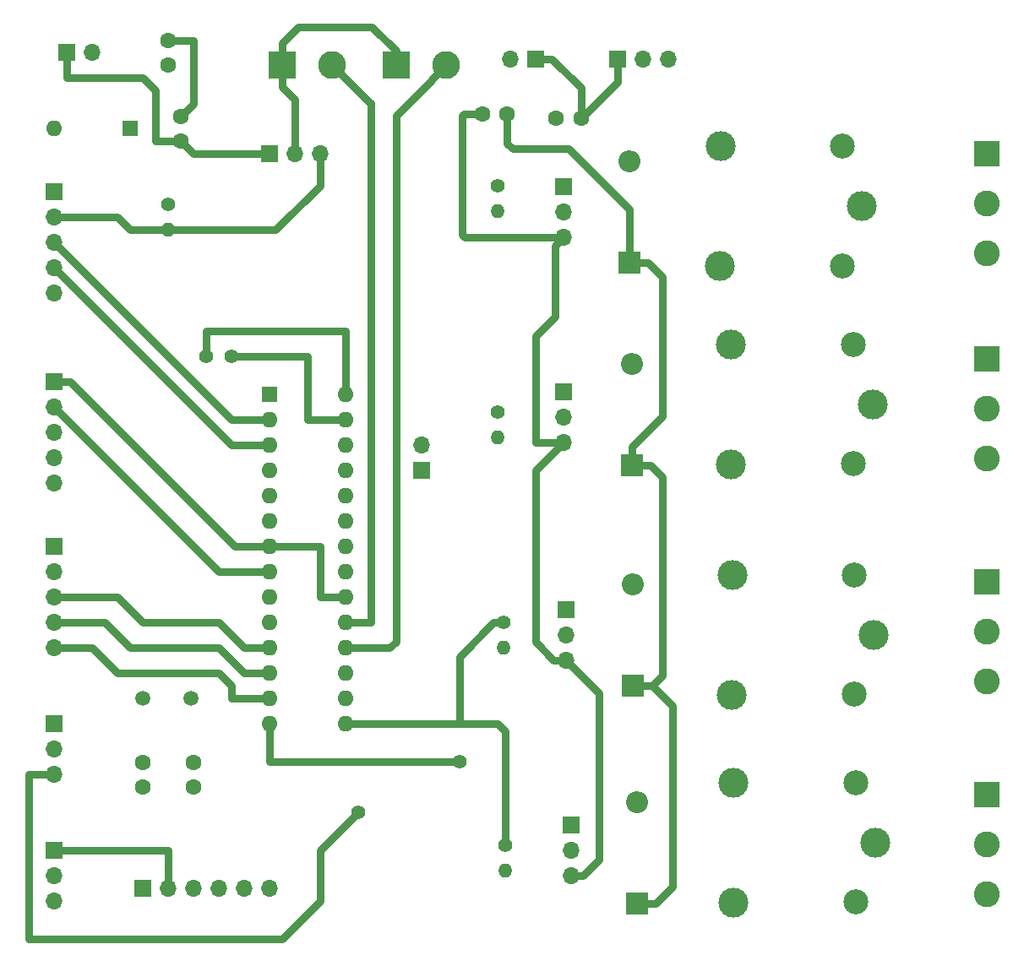
<source format=gbr>
G04 #@! TF.GenerationSoftware,KiCad,Pcbnew,(5.0.0)*
G04 #@! TF.CreationDate,2019-01-04T13:23:02+05:30*
G04 #@! TF.ProjectId,new,6E65772E6B696361645F706362000000,rev?*
G04 #@! TF.SameCoordinates,Original*
G04 #@! TF.FileFunction,Copper,L2,Bot,Signal*
G04 #@! TF.FilePolarity,Positive*
%FSLAX46Y46*%
G04 Gerber Fmt 4.6, Leading zero omitted, Abs format (unit mm)*
G04 Created by KiCad (PCBNEW (5.0.0)) date 01/04/19 13:23:02*
%MOMM*%
%LPD*%
G01*
G04 APERTURE LIST*
G04 #@! TA.AperFunction,ComponentPad*
%ADD10C,2.800000*%
G04 #@! TD*
G04 #@! TA.AperFunction,ComponentPad*
%ADD11R,2.800000X2.800000*%
G04 #@! TD*
G04 #@! TA.AperFunction,ComponentPad*
%ADD12O,1.700000X1.700000*%
G04 #@! TD*
G04 #@! TA.AperFunction,ComponentPad*
%ADD13R,1.700000X1.700000*%
G04 #@! TD*
G04 #@! TA.AperFunction,ComponentPad*
%ADD14C,1.600000*%
G04 #@! TD*
G04 #@! TA.AperFunction,ComponentPad*
%ADD15C,1.400000*%
G04 #@! TD*
G04 #@! TA.AperFunction,ComponentPad*
%ADD16O,1.400000X1.400000*%
G04 #@! TD*
G04 #@! TA.AperFunction,ComponentPad*
%ADD17R,1.600000X1.600000*%
G04 #@! TD*
G04 #@! TA.AperFunction,ComponentPad*
%ADD18O,1.600000X1.600000*%
G04 #@! TD*
G04 #@! TA.AperFunction,ComponentPad*
%ADD19C,1.500000*%
G04 #@! TD*
G04 #@! TA.AperFunction,ComponentPad*
%ADD20O,2.200000X2.200000*%
G04 #@! TD*
G04 #@! TA.AperFunction,ComponentPad*
%ADD21R,2.200000X2.200000*%
G04 #@! TD*
G04 #@! TA.AperFunction,ComponentPad*
%ADD22C,2.600000*%
G04 #@! TD*
G04 #@! TA.AperFunction,ComponentPad*
%ADD23R,2.600000X2.600000*%
G04 #@! TD*
G04 #@! TA.AperFunction,ComponentPad*
%ADD24C,3.000000*%
G04 #@! TD*
G04 #@! TA.AperFunction,ComponentPad*
%ADD25C,2.500000*%
G04 #@! TD*
G04 #@! TA.AperFunction,ViaPad*
%ADD26C,1.400000*%
G04 #@! TD*
G04 #@! TA.AperFunction,Conductor*
%ADD27C,0.800000*%
G04 #@! TD*
G04 APERTURE END LIST*
D10*
G04 #@! TO.P,ESC1,2*
G04 #@! TO.N,Net-(J3-Pad2)*
X121840000Y-44450000D03*
D11*
G04 #@! TO.P,ESC1,1*
G04 #@! TO.N,GND*
X116840000Y-44450000D03*
G04 #@! TD*
D10*
G04 #@! TO.P,ESC2,2*
G04 #@! TO.N,Net-(J4-Pad2)*
X110410000Y-44450000D03*
D11*
G04 #@! TO.P,ESC2,1*
G04 #@! TO.N,GND*
X105410000Y-44450000D03*
G04 #@! TD*
D12*
G04 #@! TO.P,Q4,3*
G04 #@! TO.N,Net-(BT2-Pad2)*
X134366000Y-125730000D03*
G04 #@! TO.P,Q4,2*
G04 #@! TO.N,Net-(Q4-Pad2)*
X134366000Y-123190000D03*
D13*
G04 #@! TO.P,Q4,1*
G04 #@! TO.N,Net-(D4-Pad2)*
X134366000Y-120650000D03*
G04 #@! TD*
D12*
G04 #@! TO.P,Q3,3*
G04 #@! TO.N,Net-(BT2-Pad2)*
X133858000Y-104140000D03*
G04 #@! TO.P,Q3,2*
G04 #@! TO.N,Net-(Q3-Pad2)*
X133858000Y-101600000D03*
D13*
G04 #@! TO.P,Q3,1*
G04 #@! TO.N,Net-(D3-Pad2)*
X133858000Y-99060000D03*
G04 #@! TD*
D12*
G04 #@! TO.P,Q2,3*
G04 #@! TO.N,Net-(BT2-Pad2)*
X133604000Y-82296000D03*
G04 #@! TO.P,Q2,2*
G04 #@! TO.N,Net-(Q2-Pad2)*
X133604000Y-79756000D03*
D13*
G04 #@! TO.P,Q2,1*
G04 #@! TO.N,Net-(D2-Pad2)*
X133604000Y-77216000D03*
G04 #@! TD*
D12*
G04 #@! TO.P,Q1,3*
G04 #@! TO.N,Net-(BT2-Pad2)*
X133604000Y-61722000D03*
G04 #@! TO.P,Q1,2*
G04 #@! TO.N,Net-(Q1-Pad2)*
X133604000Y-59182000D03*
D13*
G04 #@! TO.P,Q1,1*
G04 #@! TO.N,Net-(D1-Pad2)*
X133604000Y-56642000D03*
G04 #@! TD*
D12*
G04 #@! TO.P,VR2,3*
G04 #@! TO.N,Net-(C2.1-Pad1)*
X144145000Y-43815000D03*
G04 #@! TO.P,VR2,2*
G04 #@! TO.N,Net-(BT2-Pad2)*
X141605000Y-43815000D03*
D13*
G04 #@! TO.P,VR2,1*
G04 #@! TO.N,Net-(BT2-Pad1)*
X139065000Y-43815000D03*
G04 #@! TD*
D12*
G04 #@! TO.P,VR1,3*
G04 #@! TO.N,Net-(.1-Pad2)*
X109220000Y-53340000D03*
G04 #@! TO.P,VR1,2*
G04 #@! TO.N,GND*
X106680000Y-53340000D03*
D13*
G04 #@! TO.P,VR1,1*
G04 #@! TO.N,Net-(BT1-Pad1)*
X104140000Y-53340000D03*
G04 #@! TD*
D12*
G04 #@! TO.P,RPM1,3*
G04 #@! TO.N,Net-(J1-Pad3)*
X82550000Y-115570000D03*
G04 #@! TO.P,RPM1,2*
G04 #@! TO.N,GND*
X82550000Y-113030000D03*
D13*
G04 #@! TO.P,RPM1,1*
G04 #@! TO.N,Net-(.1-Pad2)*
X82550000Y-110490000D03*
G04 #@! TD*
D12*
G04 #@! TO.P,PortC1,2*
G04 #@! TO.N,Net-(PortC1-Pad2)*
X119380000Y-82550000D03*
D13*
G04 #@! TO.P,PortC1,1*
G04 #@! TO.N,Net-(PortC1-Pad1)*
X119380000Y-85090000D03*
G04 #@! TD*
D12*
G04 #@! TO.P,PortD1,5*
G04 #@! TO.N,Net-(PortD1-Pad5)*
X82550000Y-102870000D03*
G04 #@! TO.P,PortD1,4*
G04 #@! TO.N,Net-(PortD1-Pad4)*
X82550000Y-100330000D03*
G04 #@! TO.P,PortD1,3*
G04 #@! TO.N,Net-(PortD1-Pad3)*
X82550000Y-97790000D03*
G04 #@! TO.P,PortD1,2*
G04 #@! TO.N,Net-(PortD1-Pad2)*
X82550000Y-95250000D03*
D13*
G04 #@! TO.P,PortD1,1*
G04 #@! TO.N,Net-(PortD1-Pad1)*
X82550000Y-92710000D03*
G04 #@! TD*
D12*
G04 #@! TO.P,BLUETOOTH,6*
G04 #@! TO.N,Net-(J6-Pad6)*
X104140000Y-127000000D03*
G04 #@! TO.P,BLUETOOTH,5*
G04 #@! TO.N,Net-(J6-Pad5)*
X101600000Y-127000000D03*
G04 #@! TO.P,BLUETOOTH,4*
G04 #@! TO.N,Net-(J6-Pad4)*
X99060000Y-127000000D03*
G04 #@! TO.P,BLUETOOTH,3*
G04 #@! TO.N,GND*
X96520000Y-127000000D03*
G04 #@! TO.P,BLUETOOTH,2*
G04 #@! TO.N,Net-(.1-Pad2)*
X93980000Y-127000000D03*
D13*
G04 #@! TO.P,BLUETOOTH,1*
G04 #@! TO.N,Net-(J6-Pad1)*
X91440000Y-127000000D03*
G04 #@! TD*
D12*
G04 #@! TO.P,RPM2,3*
G04 #@! TO.N,Net-(J2-Pad3)*
X82550000Y-128270000D03*
G04 #@! TO.P,RPM2,2*
G04 #@! TO.N,GND*
X82550000Y-125730000D03*
D13*
G04 #@! TO.P,RPM2,1*
G04 #@! TO.N,Net-(.1-Pad2)*
X82550000Y-123190000D03*
G04 #@! TD*
D12*
G04 #@! TO.P,MPU6050,5*
G04 #@! TO.N,Net-(MPU6050-Pad5)*
X82550000Y-86360000D03*
G04 #@! TO.P,MPU6050,4*
G04 #@! TO.N,Net-(MPU6050-Pad4)*
X82550000Y-83820000D03*
G04 #@! TO.P,MPU6050,3*
G04 #@! TO.N,Net-(MPU6050-Pad3)*
X82550000Y-81280000D03*
G04 #@! TO.P,MPU6050,2*
G04 #@! TO.N,GND*
X82550000Y-78740000D03*
D13*
G04 #@! TO.P,MPU6050,1*
G04 #@! TO.N,Net-(.1-Pad2)*
X82550000Y-76200000D03*
G04 #@! TD*
D12*
G04 #@! TO.P,BATTERY1,2*
G04 #@! TO.N,GND*
X86360000Y-43180000D03*
D13*
G04 #@! TO.P,BATTERY1,1*
G04 #@! TO.N,Net-(BT1-Pad1)*
X83820000Y-43180000D03*
G04 #@! TD*
D14*
G04 #@! TO.P,C1.0,2*
G04 #@! TO.N,GND*
X95250000Y-49570000D03*
G04 #@! TO.P,C1.0,1*
G04 #@! TO.N,Net-(BT1-Pad1)*
X95250000Y-52070000D03*
G04 #@! TD*
G04 #@! TO.P,C1.1,1*
G04 #@! TO.N,Net-(.1-Pad2)*
X93980000Y-44450000D03*
G04 #@! TO.P,C1.1,2*
G04 #@! TO.N,GND*
X93980000Y-41950000D03*
G04 #@! TD*
G04 #@! TO.P,C3,2*
G04 #@! TO.N,Net-(C3-Pad2)*
X91440000Y-114340000D03*
G04 #@! TO.P,C3,1*
G04 #@! TO.N,GND*
X91440000Y-116840000D03*
G04 #@! TD*
G04 #@! TO.P,C4,1*
G04 #@! TO.N,GND*
X96520000Y-116840000D03*
G04 #@! TO.P,C4,2*
G04 #@! TO.N,Net-(C4-Pad2)*
X96520000Y-114340000D03*
G04 #@! TD*
D15*
G04 #@! TO.P,R1,1*
G04 #@! TO.N,Net-(.1-Pad5)*
X93980000Y-58420000D03*
D16*
G04 #@! TO.P,R1,2*
G04 #@! TO.N,Net-(.1-Pad2)*
X93980000Y-60960000D03*
G04 #@! TD*
D17*
G04 #@! TO.P,RESET,1*
G04 #@! TO.N,Net-(.1-Pad5)*
X90170000Y-50800000D03*
D18*
G04 #@! TO.P,RESET,2*
G04 #@! TO.N,GND*
X82550000Y-50800000D03*
G04 #@! TD*
D17*
G04 #@! TO.P,U2,1*
G04 #@! TO.N,Net-(.1-Pad5)*
X104140000Y-77470000D03*
D18*
G04 #@! TO.P,U2,15*
G04 #@! TO.N,Net-(R33-Pad1)*
X111760000Y-110490000D03*
G04 #@! TO.P,U2,2*
G04 #@! TO.N,Net-(.1-Pad3)*
X104140000Y-80010000D03*
G04 #@! TO.P,U2,16*
G04 #@! TO.N,Net-(J6-Pad4)*
X111760000Y-107950000D03*
G04 #@! TO.P,U2,3*
G04 #@! TO.N,Net-(.1-Pad4)*
X104140000Y-82550000D03*
G04 #@! TO.P,U2,17*
G04 #@! TO.N,Net-(J6-Pad5)*
X111760000Y-105410000D03*
G04 #@! TO.P,U2,4*
G04 #@! TO.N,Net-(MPU6050-Pad5)*
X104140000Y-85090000D03*
G04 #@! TO.P,U2,18*
G04 #@! TO.N,Net-(J3-Pad2)*
X111760000Y-102870000D03*
G04 #@! TO.P,U2,5*
G04 #@! TO.N,Net-(PortD1-Pad1)*
X104140000Y-87630000D03*
G04 #@! TO.P,U2,19*
G04 #@! TO.N,Net-(J4-Pad2)*
X111760000Y-100330000D03*
G04 #@! TO.P,U2,6*
G04 #@! TO.N,Net-(PortD1-Pad2)*
X104140000Y-90170000D03*
G04 #@! TO.P,U2,20*
G04 #@! TO.N,Net-(.1-Pad2)*
X111760000Y-97790000D03*
G04 #@! TO.P,U2,7*
X104140000Y-92710000D03*
G04 #@! TO.P,U2,21*
X111760000Y-95250000D03*
G04 #@! TO.P,U2,8*
G04 #@! TO.N,GND*
X104140000Y-95250000D03*
G04 #@! TO.P,U2,22*
X111760000Y-92710000D03*
G04 #@! TO.P,U2,9*
G04 #@! TO.N,Net-(C3-Pad2)*
X104140000Y-97790000D03*
G04 #@! TO.P,U2,23*
G04 #@! TO.N,Net-(J1-Pad3)*
X111760000Y-90170000D03*
G04 #@! TO.P,U2,10*
G04 #@! TO.N,Net-(C4-Pad2)*
X104140000Y-100330000D03*
G04 #@! TO.P,U2,24*
G04 #@! TO.N,Net-(J2-Pad3)*
X111760000Y-87630000D03*
G04 #@! TO.P,U2,11*
G04 #@! TO.N,Net-(PortD1-Pad3)*
X104140000Y-102870000D03*
G04 #@! TO.P,U2,25*
G04 #@! TO.N,Net-(PortC1-Pad1)*
X111760000Y-85090000D03*
G04 #@! TO.P,U2,12*
G04 #@! TO.N,Net-(PortD1-Pad4)*
X104140000Y-105410000D03*
G04 #@! TO.P,U2,26*
G04 #@! TO.N,Net-(PortC1-Pad2)*
X111760000Y-82550000D03*
G04 #@! TO.P,U2,13*
G04 #@! TO.N,Net-(PortD1-Pad5)*
X104140000Y-107950000D03*
G04 #@! TO.P,U2,27*
G04 #@! TO.N,Net-(MPU6050-Pad4)*
X111760000Y-80010000D03*
G04 #@! TO.P,U2,14*
G04 #@! TO.N,Net-(R11-Pad1)*
X104140000Y-110490000D03*
G04 #@! TO.P,U2,28*
G04 #@! TO.N,Net-(MPU6050-Pad3)*
X111760000Y-77470000D03*
G04 #@! TD*
D19*
G04 #@! TO.P,Y1,1*
G04 #@! TO.N,Net-(C3-Pad2)*
X91440000Y-107950000D03*
G04 #@! TO.P,Y1,2*
G04 #@! TO.N,Net-(C4-Pad2)*
X96340000Y-107950000D03*
G04 #@! TD*
D13*
G04 #@! TO.P,USB,1*
G04 #@! TO.N,GND*
X82550000Y-57150000D03*
D12*
G04 #@! TO.P,USB,2*
G04 #@! TO.N,Net-(.1-Pad2)*
X82550000Y-59690000D03*
G04 #@! TO.P,USB,3*
G04 #@! TO.N,Net-(.1-Pad3)*
X82550000Y-62230000D03*
G04 #@! TO.P,USB,4*
G04 #@! TO.N,Net-(.1-Pad4)*
X82550000Y-64770000D03*
G04 #@! TO.P,USB,5*
G04 #@! TO.N,Net-(.1-Pad5)*
X82550000Y-67310000D03*
G04 #@! TD*
D13*
G04 #@! TO.P,BATTERY2,1*
G04 #@! TO.N,Net-(BT2-Pad1)*
X130810000Y-43815000D03*
D12*
G04 #@! TO.P,BATTERY2,2*
G04 #@! TO.N,Net-(BT2-Pad2)*
X128270000Y-43815000D03*
G04 #@! TD*
D14*
G04 #@! TO.P,C2.1,2*
G04 #@! TO.N,Net-(BT2-Pad2)*
X125494897Y-49354250D03*
G04 #@! TO.P,C2.1,1*
G04 #@! TO.N,Net-(C2.1-Pad1)*
X127994897Y-49354250D03*
G04 #@! TD*
G04 #@! TO.P,C2.0,1*
G04 #@! TO.N,Net-(BT2-Pad1)*
X135382000Y-49784000D03*
G04 #@! TO.P,C2.0,2*
G04 #@! TO.N,Net-(BT2-Pad2)*
X132882000Y-49784000D03*
G04 #@! TD*
D20*
G04 #@! TO.P,D1,2*
G04 #@! TO.N,Net-(D1-Pad2)*
X140208000Y-54102000D03*
D21*
G04 #@! TO.P,D1,1*
G04 #@! TO.N,Net-(C2.1-Pad1)*
X140208000Y-64262000D03*
G04 #@! TD*
G04 #@! TO.P,D2,1*
G04 #@! TO.N,Net-(C2.1-Pad1)*
X140462000Y-84582000D03*
D20*
G04 #@! TO.P,D2,2*
G04 #@! TO.N,Net-(D2-Pad2)*
X140462000Y-74422000D03*
G04 #@! TD*
G04 #@! TO.P,D3,2*
G04 #@! TO.N,Net-(D3-Pad2)*
X140589000Y-96520000D03*
D21*
G04 #@! TO.P,D3,1*
G04 #@! TO.N,Net-(C2.1-Pad1)*
X140589000Y-106680000D03*
G04 #@! TD*
G04 #@! TO.P,D4,1*
G04 #@! TO.N,Net-(C2.1-Pad1)*
X140970000Y-128524000D03*
D20*
G04 #@! TO.P,D4,2*
G04 #@! TO.N,Net-(D4-Pad2)*
X140970000Y-118364000D03*
G04 #@! TD*
D22*
G04 #@! TO.P,TERMINAL1,3*
G04 #@! TO.N,Net-(J5-Pad3)*
X176022000Y-63340000D03*
G04 #@! TO.P,TERMINAL1,2*
G04 #@! TO.N,Net-(J5-Pad2)*
X176022000Y-58340000D03*
D23*
G04 #@! TO.P,TERMINAL1,1*
G04 #@! TO.N,Net-(J5-Pad1)*
X176022000Y-53340000D03*
G04 #@! TD*
G04 #@! TO.P,TERMINAL2,1*
G04 #@! TO.N,Net-(J7-Pad1)*
X176022000Y-73914000D03*
D22*
G04 #@! TO.P,TERMINAL2,2*
G04 #@! TO.N,Net-(J7-Pad2)*
X176022000Y-78914000D03*
G04 #@! TO.P,TERMINAL2,3*
G04 #@! TO.N,Net-(J7-Pad3)*
X176022000Y-83914000D03*
G04 #@! TD*
G04 #@! TO.P,TERMINAL3,3*
G04 #@! TO.N,Net-(J8-Pad3)*
X176022000Y-106266000D03*
G04 #@! TO.P,TERMINAL3,2*
G04 #@! TO.N,Net-(J8-Pad2)*
X176022000Y-101266000D03*
D23*
G04 #@! TO.P,TERMINAL3,1*
G04 #@! TO.N,Net-(J8-Pad1)*
X176022000Y-96266000D03*
G04 #@! TD*
G04 #@! TO.P,TERMINAL4,1*
G04 #@! TO.N,Net-(J9-Pad1)*
X176022000Y-117602000D03*
D22*
G04 #@! TO.P,TERMINAL4,2*
G04 #@! TO.N,Net-(J9-Pad2)*
X176022000Y-122602000D03*
G04 #@! TO.P,TERMINAL4,3*
G04 #@! TO.N,Net-(J9-Pad3)*
X176022000Y-127602000D03*
G04 #@! TD*
D24*
G04 #@! TO.P,RELAY1,1*
G04 #@! TO.N,Net-(J5-Pad2)*
X163502000Y-58628000D03*
D25*
G04 #@! TO.P,RELAY1,5*
G04 #@! TO.N,Net-(C2.1-Pad1)*
X161552000Y-64578000D03*
D24*
G04 #@! TO.P,RELAY1,4*
G04 #@! TO.N,Net-(J5-Pad3)*
X149302000Y-64628000D03*
G04 #@! TO.P,RELAY1,3*
G04 #@! TO.N,Net-(J5-Pad1)*
X149352000Y-52578000D03*
D25*
G04 #@! TO.P,RELAY1,2*
G04 #@! TO.N,Net-(D1-Pad2)*
X161552000Y-52578000D03*
G04 #@! TD*
D24*
G04 #@! TO.P,RELAY2,1*
G04 #@! TO.N,Net-(J7-Pad2)*
X164592000Y-78486000D03*
D25*
G04 #@! TO.P,RELAY2,5*
G04 #@! TO.N,Net-(C2.1-Pad1)*
X162642000Y-84436000D03*
D24*
G04 #@! TO.P,RELAY2,4*
G04 #@! TO.N,Net-(J7-Pad3)*
X150392000Y-84486000D03*
G04 #@! TO.P,RELAY2,3*
G04 #@! TO.N,Net-(J7-Pad1)*
X150442000Y-72436000D03*
D25*
G04 #@! TO.P,RELAY2,2*
G04 #@! TO.N,Net-(D2-Pad2)*
X162642000Y-72436000D03*
G04 #@! TD*
G04 #@! TO.P,RELAY3,2*
G04 #@! TO.N,Net-(D3-Pad2)*
X162769000Y-95550000D03*
D24*
G04 #@! TO.P,RELAY3,3*
G04 #@! TO.N,Net-(J8-Pad1)*
X150569000Y-95550000D03*
G04 #@! TO.P,RELAY3,4*
G04 #@! TO.N,Net-(J8-Pad3)*
X150519000Y-107600000D03*
D25*
G04 #@! TO.P,RELAY3,5*
G04 #@! TO.N,Net-(C2.1-Pad1)*
X162769000Y-107550000D03*
D24*
G04 #@! TO.P,RELAY3,1*
G04 #@! TO.N,Net-(J8-Pad2)*
X164719000Y-101600000D03*
G04 #@! TD*
D25*
G04 #@! TO.P,RELAY4,2*
G04 #@! TO.N,Net-(D4-Pad2)*
X162896000Y-116378000D03*
D24*
G04 #@! TO.P,RELAY4,3*
G04 #@! TO.N,Net-(J9-Pad1)*
X150696000Y-116378000D03*
G04 #@! TO.P,RELAY4,4*
G04 #@! TO.N,Net-(J9-Pad3)*
X150646000Y-128428000D03*
D25*
G04 #@! TO.P,RELAY4,5*
G04 #@! TO.N,Net-(C2.1-Pad1)*
X162896000Y-128378000D03*
D24*
G04 #@! TO.P,RELAY4,1*
G04 #@! TO.N,Net-(J9-Pad2)*
X164846000Y-122428000D03*
G04 #@! TD*
D15*
G04 #@! TO.P,R11,1*
G04 #@! TO.N,Net-(R11-Pad1)*
X127000000Y-56515000D03*
D16*
G04 #@! TO.P,R11,2*
G04 #@! TO.N,Net-(Q1-Pad2)*
X127000000Y-59055000D03*
G04 #@! TD*
D15*
G04 #@! TO.P,R22,1*
G04 #@! TO.N,Net-(R11-Pad1)*
X127000000Y-79248000D03*
D16*
G04 #@! TO.P,R22,2*
G04 #@! TO.N,Net-(Q2-Pad2)*
X127000000Y-81788000D03*
G04 #@! TD*
G04 #@! TO.P,R33,2*
G04 #@! TO.N,Net-(Q3-Pad2)*
X127635000Y-102870000D03*
D15*
G04 #@! TO.P,R33,1*
G04 #@! TO.N,Net-(R33-Pad1)*
X127635000Y-100330000D03*
G04 #@! TD*
D16*
G04 #@! TO.P,R44,2*
G04 #@! TO.N,Net-(Q4-Pad2)*
X127762000Y-125222000D03*
D15*
G04 #@! TO.P,R44,1*
G04 #@! TO.N,Net-(R33-Pad1)*
X127762000Y-122682000D03*
G04 #@! TD*
D26*
G04 #@! TO.N,Net-(J1-Pad3)*
X113030000Y-119380000D03*
G04 #@! TO.N,Net-(MPU6050-Pad4)*
X100330000Y-73660000D03*
G04 #@! TO.N,Net-(MPU6050-Pad3)*
X97790000Y-73660000D03*
G04 #@! TO.N,Net-(R11-Pad1)*
X123190000Y-114300000D03*
G04 #@! TD*
D27*
G04 #@! TO.N,GND*
X99060000Y-95250000D02*
X104140000Y-95250000D01*
X82550000Y-78740000D02*
X99060000Y-95250000D01*
X96520000Y-48300000D02*
X95250000Y-49570000D01*
X96520000Y-41960800D02*
X96520000Y-48300000D01*
X95122170Y-41960800D02*
X96520000Y-41960800D01*
X95111370Y-41950000D02*
X95122170Y-41960800D01*
X93980000Y-41950000D02*
X95111370Y-41950000D01*
X105410000Y-42250000D02*
X107020000Y-40640000D01*
X105410000Y-44450000D02*
X105410000Y-42250000D01*
X116840000Y-43035773D02*
X116840000Y-43449990D01*
X114444227Y-40640000D02*
X116840000Y-43035773D01*
X107020000Y-40640000D02*
X114444227Y-40640000D01*
X106680000Y-52137919D02*
X106680000Y-53340000D01*
X106680000Y-47920000D02*
X106680000Y-52137919D01*
X105410000Y-46650000D02*
X106680000Y-47920000D01*
X105410000Y-44450000D02*
X105410000Y-46650000D01*
G04 #@! TO.N,Net-(BT1-Pad1)*
X92710000Y-52070000D02*
X95250000Y-52070000D01*
X92710000Y-46990000D02*
X92710000Y-52070000D01*
X91440000Y-45720000D02*
X92710000Y-46990000D01*
X83820000Y-45720000D02*
X91440000Y-45720000D01*
X83820000Y-43180000D02*
X83820000Y-45720000D01*
X96520000Y-53340000D02*
X95250000Y-52070000D01*
X104140000Y-53340000D02*
X96520000Y-53340000D01*
G04 #@! TO.N,Net-(BT2-Pad1)*
X132460000Y-43815000D02*
X130810000Y-43815000D01*
X135382000Y-46737000D02*
X132460000Y-43815000D01*
X135382000Y-49784000D02*
X135382000Y-46737000D01*
X139065000Y-46101000D02*
X135382000Y-49784000D01*
X139065000Y-43815000D02*
X139065000Y-46101000D01*
G04 #@! TO.N,Net-(BT2-Pad2)*
X123619750Y-49354250D02*
X125494897Y-49354250D01*
X123444000Y-49530000D02*
X123619750Y-49354250D01*
X123444000Y-61468000D02*
X123444000Y-49530000D01*
X133604000Y-61722000D02*
X123698000Y-61722000D01*
X123698000Y-61722000D02*
X123444000Y-61468000D01*
X137160000Y-107442000D02*
X133858000Y-104140000D01*
X137160000Y-124138081D02*
X137160000Y-107442000D01*
X134366000Y-125730000D02*
X135568081Y-125730000D01*
X135568081Y-125730000D02*
X137160000Y-124138081D01*
X130810000Y-85090000D02*
X133604000Y-82296000D01*
X130810000Y-102294081D02*
X130810000Y-85090000D01*
X133858000Y-104140000D02*
X132655919Y-104140000D01*
X132655919Y-104140000D02*
X130810000Y-102294081D01*
X133604000Y-82296000D02*
X130810000Y-82296000D01*
X132754001Y-62571999D02*
X132754001Y-69683999D01*
X133604000Y-61722000D02*
X132754001Y-62571999D01*
X132754001Y-69683999D02*
X130810000Y-71628000D01*
X130810000Y-71628000D02*
X130810000Y-82296000D01*
G04 #@! TO.N,Net-(.1-Pad2)*
X82550000Y-59690000D02*
X88900000Y-59690000D01*
X90170000Y-60960000D02*
X93980000Y-60960000D01*
X88900000Y-59690000D02*
X90170000Y-60960000D01*
X100710000Y-92710000D02*
X104140000Y-92710000D01*
X84200000Y-76200000D02*
X100710000Y-92710000D01*
X82550000Y-76200000D02*
X84200000Y-76200000D01*
X82550000Y-123190000D02*
X93980000Y-123190000D01*
X93980000Y-123190000D02*
X93980000Y-127000000D01*
X104140000Y-92710000D02*
X106680000Y-92710000D01*
X109220000Y-97790000D02*
X111760000Y-97790000D01*
X106680000Y-92710000D02*
X109220000Y-92710000D01*
X109220000Y-97790000D02*
X109220000Y-92710000D01*
X109220000Y-56515000D02*
X109220000Y-53340000D01*
X93980000Y-60960000D02*
X104775000Y-60960000D01*
X104775000Y-60960000D02*
X109220000Y-56515000D01*
G04 #@! TO.N,Net-(C2.1-Pad1)*
X127994897Y-52302897D02*
X127994897Y-49354250D01*
X128524000Y-52832000D02*
X127994897Y-52302897D01*
X134112000Y-52832000D02*
X128524000Y-52832000D01*
X140208000Y-64262000D02*
X140208000Y-58928000D01*
X140208000Y-58928000D02*
X134112000Y-52832000D01*
X142870000Y-128524000D02*
X140970000Y-128524000D01*
X144526000Y-126868000D02*
X142870000Y-128524000D01*
X144526000Y-108717000D02*
X144526000Y-126868000D01*
X142489000Y-106680000D02*
X144526000Y-108717000D01*
X142362000Y-84582000D02*
X143510000Y-85730000D01*
X140462000Y-84582000D02*
X142362000Y-84582000D01*
X143510000Y-85730000D02*
X143510000Y-104775000D01*
X142489000Y-106680000D02*
X140589000Y-106680000D01*
X143510000Y-105659000D02*
X142489000Y-106680000D01*
X143510000Y-104775000D02*
X143510000Y-105659000D01*
X142108000Y-64262000D02*
X143510000Y-65664000D01*
X140208000Y-64262000D02*
X142108000Y-64262000D01*
X140462000Y-82682000D02*
X140462000Y-84582000D01*
X143510000Y-79634000D02*
X140462000Y-82682000D01*
X143510000Y-65664000D02*
X143510000Y-79634000D01*
G04 #@! TO.N,Net-(J1-Pad3)*
X82550000Y-115570000D02*
X80010000Y-115570000D01*
X80010000Y-115570000D02*
X80010000Y-132080000D01*
X80010000Y-132080000D02*
X105410000Y-132080000D01*
X105410000Y-132080000D02*
X109220000Y-128270000D01*
X109220000Y-128270000D02*
X109220000Y-123190000D01*
X109220000Y-123190000D02*
X113030000Y-119380000D01*
X113030000Y-119380000D02*
X113030000Y-119380000D01*
G04 #@! TO.N,Net-(J3-Pad2)*
X121840000Y-44450000D02*
X120440001Y-45849999D01*
X120440001Y-45849999D02*
X120440001Y-45929999D01*
X120440001Y-45929999D02*
X116840000Y-49530000D01*
X116205000Y-102870000D02*
X111760000Y-102870000D01*
X116840000Y-49530000D02*
X116840000Y-102235000D01*
X116205000Y-102870000D02*
X116840000Y-102235000D01*
G04 #@! TO.N,Net-(J4-Pad2)*
X111760000Y-100330000D02*
X114300000Y-100330000D01*
X114300000Y-48340000D02*
X114300000Y-48895000D01*
X110410000Y-44450000D02*
X114300000Y-48340000D01*
X114300000Y-100330000D02*
X114300000Y-48895000D01*
X114300000Y-48895000D02*
X114300000Y-48260000D01*
G04 #@! TO.N,Net-(MPU6050-Pad4)*
X100330000Y-73660000D02*
X107950000Y-73660000D01*
X107950000Y-73660000D02*
X107950000Y-80010000D01*
X107950000Y-80010000D02*
X111760000Y-80010000D01*
G04 #@! TO.N,Net-(MPU6050-Pad3)*
X111760000Y-71120000D02*
X111760000Y-77470000D01*
X97790000Y-71120000D02*
X111760000Y-71120000D01*
X97790000Y-73660000D02*
X97790000Y-71120000D01*
G04 #@! TO.N,Net-(PortD1-Pad3)*
X82550000Y-97790000D02*
X88900000Y-97790000D01*
X88900000Y-97790000D02*
X91440000Y-100330000D01*
X91440000Y-100330000D02*
X99060000Y-100330000D01*
X99060000Y-100330000D02*
X101600000Y-102870000D01*
X101600000Y-102870000D02*
X104140000Y-102870000D01*
G04 #@! TO.N,Net-(PortD1-Pad4)*
X82550000Y-100330000D02*
X87630000Y-100330000D01*
X87630000Y-100330000D02*
X90170000Y-102870000D01*
X90170000Y-102870000D02*
X99060000Y-102870000D01*
X101600000Y-105410000D02*
X104140000Y-105410000D01*
X99060000Y-102870000D02*
X101600000Y-105410000D01*
G04 #@! TO.N,Net-(PortD1-Pad5)*
X100330000Y-107950000D02*
X104140000Y-107950000D01*
X99060000Y-105410000D02*
X100330000Y-106680000D01*
X100330000Y-106680000D02*
X100330000Y-107950000D01*
X88900000Y-105410000D02*
X99060000Y-105410000D01*
X86360000Y-102870000D02*
X88900000Y-105410000D01*
X82550000Y-102870000D02*
X86360000Y-102870000D01*
G04 #@! TO.N,Net-(R11-Pad1)*
X119380000Y-114300000D02*
X119380000Y-114300000D01*
X104140000Y-114300000D02*
X104140000Y-110490000D01*
X123190000Y-114300000D02*
X104140000Y-114300000D01*
G04 #@! TO.N,Net-(R33-Pad1)*
X127762000Y-111252000D02*
X127000000Y-110490000D01*
X127762000Y-122682000D02*
X127762000Y-111252000D01*
X123190000Y-103785051D02*
X123190000Y-110490000D01*
X126645051Y-100330000D02*
X123190000Y-103785051D01*
X127635000Y-100330000D02*
X126645051Y-100330000D01*
X111760000Y-110490000D02*
X123190000Y-110490000D01*
X123190000Y-110490000D02*
X127000000Y-110490000D01*
G04 #@! TO.N,Net-(.1-Pad3)*
X82550000Y-62230000D02*
X100330000Y-80010000D01*
X100330000Y-80010000D02*
X104140000Y-80010000D01*
G04 #@! TO.N,Net-(.1-Pad4)*
X100330000Y-82550000D02*
X104140000Y-82550000D01*
X82550000Y-64770000D02*
X100330000Y-82550000D01*
G04 #@! TD*
M02*

</source>
